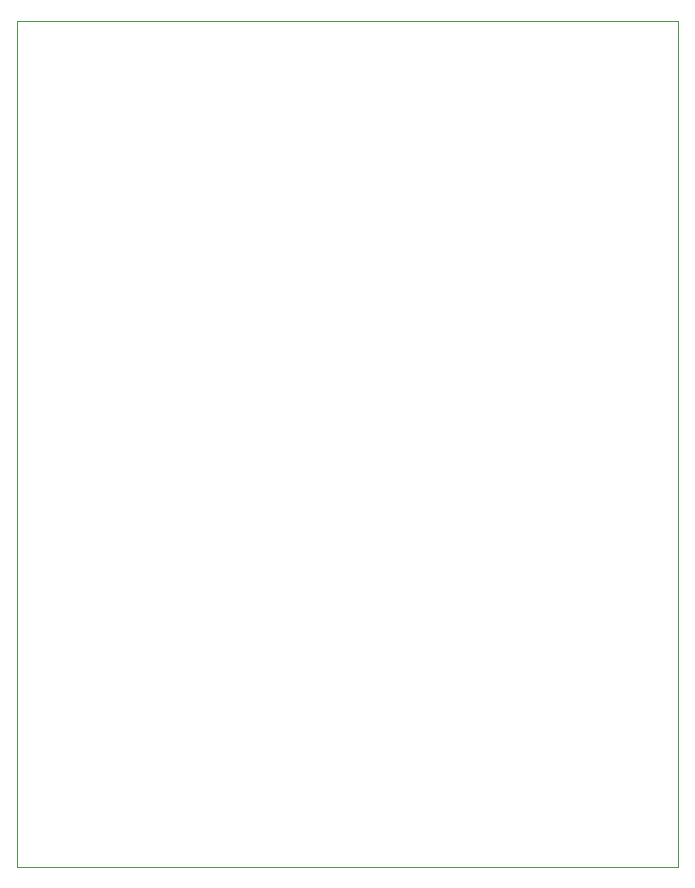
<source format=gm1>
G04 #@! TF.GenerationSoftware,KiCad,Pcbnew,8.0.4*
G04 #@! TF.CreationDate,2024-09-21T15:59:35+01:00*
G04 #@! TF.ProjectId,AmigaDualFloppyInterface,416d6967-6144-4756-916c-466c6f707079,1.0*
G04 #@! TF.SameCoordinates,Original*
G04 #@! TF.FileFunction,Profile,NP*
%FSLAX46Y46*%
G04 Gerber Fmt 4.6, Leading zero omitted, Abs format (unit mm)*
G04 Created by KiCad (PCBNEW 8.0.4) date 2024-09-21 15:59:35*
%MOMM*%
%LPD*%
G01*
G04 APERTURE LIST*
G04 #@! TA.AperFunction,Profile*
%ADD10C,0.050000*%
G04 #@! TD*
G04 APERTURE END LIST*
D10*
X114000000Y-138000000D02*
X58000000Y-138000000D01*
X58000000Y-66411410D01*
X114000000Y-66411410D01*
X114000000Y-138000000D01*
M02*

</source>
